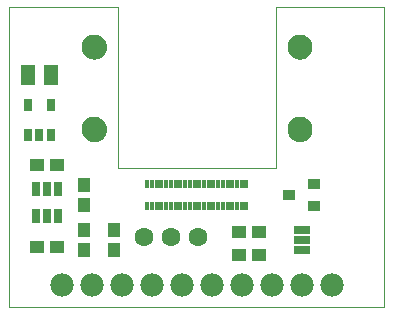
<source format=gts>
G75*
%MOIN*%
%OFA0B0*%
%FSLAX25Y25*%
%IPPOS*%
%LPD*%
%AMOC8*
5,1,8,0,0,1.08239X$1,22.5*
%
%ADD10C,0.00000*%
%ADD11C,0.08274*%
%ADD12R,0.04731X0.04337*%
%ADD13R,0.04337X0.04731*%
%ADD14R,0.04731X0.06699*%
%ADD15R,0.01266X0.02762*%
%ADD16R,0.03943X0.03550*%
%ADD17R,0.02762X0.05124*%
%ADD18R,0.02565X0.04337*%
%ADD19C,0.07800*%
%ADD20R,0.05400X0.02900*%
%ADD21C,0.06306*%
D10*
X0009000Y0051500D02*
X0009000Y0151500D01*
X0045250Y0151500D01*
X0045250Y0098000D01*
X0097750Y0098000D01*
X0097750Y0151500D01*
X0134000Y0151500D01*
X0134000Y0051500D01*
X0009000Y0051500D01*
X0033313Y0110850D02*
X0033315Y0110975D01*
X0033321Y0111100D01*
X0033331Y0111224D01*
X0033345Y0111348D01*
X0033362Y0111472D01*
X0033384Y0111595D01*
X0033410Y0111717D01*
X0033439Y0111839D01*
X0033472Y0111959D01*
X0033510Y0112078D01*
X0033550Y0112197D01*
X0033595Y0112313D01*
X0033643Y0112428D01*
X0033695Y0112542D01*
X0033751Y0112654D01*
X0033810Y0112764D01*
X0033872Y0112872D01*
X0033938Y0112979D01*
X0034007Y0113083D01*
X0034080Y0113184D01*
X0034155Y0113284D01*
X0034234Y0113381D01*
X0034316Y0113475D01*
X0034401Y0113567D01*
X0034488Y0113656D01*
X0034579Y0113742D01*
X0034672Y0113825D01*
X0034768Y0113906D01*
X0034866Y0113983D01*
X0034966Y0114057D01*
X0035069Y0114128D01*
X0035174Y0114195D01*
X0035282Y0114260D01*
X0035391Y0114320D01*
X0035502Y0114378D01*
X0035615Y0114431D01*
X0035729Y0114481D01*
X0035845Y0114528D01*
X0035962Y0114570D01*
X0036081Y0114609D01*
X0036201Y0114645D01*
X0036322Y0114676D01*
X0036444Y0114704D01*
X0036566Y0114727D01*
X0036690Y0114747D01*
X0036814Y0114763D01*
X0036938Y0114775D01*
X0037063Y0114783D01*
X0037188Y0114787D01*
X0037312Y0114787D01*
X0037437Y0114783D01*
X0037562Y0114775D01*
X0037686Y0114763D01*
X0037810Y0114747D01*
X0037934Y0114727D01*
X0038056Y0114704D01*
X0038178Y0114676D01*
X0038299Y0114645D01*
X0038419Y0114609D01*
X0038538Y0114570D01*
X0038655Y0114528D01*
X0038771Y0114481D01*
X0038885Y0114431D01*
X0038998Y0114378D01*
X0039109Y0114320D01*
X0039219Y0114260D01*
X0039326Y0114195D01*
X0039431Y0114128D01*
X0039534Y0114057D01*
X0039634Y0113983D01*
X0039732Y0113906D01*
X0039828Y0113825D01*
X0039921Y0113742D01*
X0040012Y0113656D01*
X0040099Y0113567D01*
X0040184Y0113475D01*
X0040266Y0113381D01*
X0040345Y0113284D01*
X0040420Y0113184D01*
X0040493Y0113083D01*
X0040562Y0112979D01*
X0040628Y0112872D01*
X0040690Y0112764D01*
X0040749Y0112654D01*
X0040805Y0112542D01*
X0040857Y0112428D01*
X0040905Y0112313D01*
X0040950Y0112197D01*
X0040990Y0112078D01*
X0041028Y0111959D01*
X0041061Y0111839D01*
X0041090Y0111717D01*
X0041116Y0111595D01*
X0041138Y0111472D01*
X0041155Y0111348D01*
X0041169Y0111224D01*
X0041179Y0111100D01*
X0041185Y0110975D01*
X0041187Y0110850D01*
X0041185Y0110725D01*
X0041179Y0110600D01*
X0041169Y0110476D01*
X0041155Y0110352D01*
X0041138Y0110228D01*
X0041116Y0110105D01*
X0041090Y0109983D01*
X0041061Y0109861D01*
X0041028Y0109741D01*
X0040990Y0109622D01*
X0040950Y0109503D01*
X0040905Y0109387D01*
X0040857Y0109272D01*
X0040805Y0109158D01*
X0040749Y0109046D01*
X0040690Y0108936D01*
X0040628Y0108828D01*
X0040562Y0108721D01*
X0040493Y0108617D01*
X0040420Y0108516D01*
X0040345Y0108416D01*
X0040266Y0108319D01*
X0040184Y0108225D01*
X0040099Y0108133D01*
X0040012Y0108044D01*
X0039921Y0107958D01*
X0039828Y0107875D01*
X0039732Y0107794D01*
X0039634Y0107717D01*
X0039534Y0107643D01*
X0039431Y0107572D01*
X0039326Y0107505D01*
X0039218Y0107440D01*
X0039109Y0107380D01*
X0038998Y0107322D01*
X0038885Y0107269D01*
X0038771Y0107219D01*
X0038655Y0107172D01*
X0038538Y0107130D01*
X0038419Y0107091D01*
X0038299Y0107055D01*
X0038178Y0107024D01*
X0038056Y0106996D01*
X0037934Y0106973D01*
X0037810Y0106953D01*
X0037686Y0106937D01*
X0037562Y0106925D01*
X0037437Y0106917D01*
X0037312Y0106913D01*
X0037188Y0106913D01*
X0037063Y0106917D01*
X0036938Y0106925D01*
X0036814Y0106937D01*
X0036690Y0106953D01*
X0036566Y0106973D01*
X0036444Y0106996D01*
X0036322Y0107024D01*
X0036201Y0107055D01*
X0036081Y0107091D01*
X0035962Y0107130D01*
X0035845Y0107172D01*
X0035729Y0107219D01*
X0035615Y0107269D01*
X0035502Y0107322D01*
X0035391Y0107380D01*
X0035281Y0107440D01*
X0035174Y0107505D01*
X0035069Y0107572D01*
X0034966Y0107643D01*
X0034866Y0107717D01*
X0034768Y0107794D01*
X0034672Y0107875D01*
X0034579Y0107958D01*
X0034488Y0108044D01*
X0034401Y0108133D01*
X0034316Y0108225D01*
X0034234Y0108319D01*
X0034155Y0108416D01*
X0034080Y0108516D01*
X0034007Y0108617D01*
X0033938Y0108721D01*
X0033872Y0108828D01*
X0033810Y0108936D01*
X0033751Y0109046D01*
X0033695Y0109158D01*
X0033643Y0109272D01*
X0033595Y0109387D01*
X0033550Y0109503D01*
X0033510Y0109622D01*
X0033472Y0109741D01*
X0033439Y0109861D01*
X0033410Y0109983D01*
X0033384Y0110105D01*
X0033362Y0110228D01*
X0033345Y0110352D01*
X0033331Y0110476D01*
X0033321Y0110600D01*
X0033315Y0110725D01*
X0033313Y0110850D01*
X0033313Y0138410D02*
X0033315Y0138535D01*
X0033321Y0138660D01*
X0033331Y0138784D01*
X0033345Y0138908D01*
X0033362Y0139032D01*
X0033384Y0139155D01*
X0033410Y0139277D01*
X0033439Y0139399D01*
X0033472Y0139519D01*
X0033510Y0139638D01*
X0033550Y0139757D01*
X0033595Y0139873D01*
X0033643Y0139988D01*
X0033695Y0140102D01*
X0033751Y0140214D01*
X0033810Y0140324D01*
X0033872Y0140432D01*
X0033938Y0140539D01*
X0034007Y0140643D01*
X0034080Y0140744D01*
X0034155Y0140844D01*
X0034234Y0140941D01*
X0034316Y0141035D01*
X0034401Y0141127D01*
X0034488Y0141216D01*
X0034579Y0141302D01*
X0034672Y0141385D01*
X0034768Y0141466D01*
X0034866Y0141543D01*
X0034966Y0141617D01*
X0035069Y0141688D01*
X0035174Y0141755D01*
X0035282Y0141820D01*
X0035391Y0141880D01*
X0035502Y0141938D01*
X0035615Y0141991D01*
X0035729Y0142041D01*
X0035845Y0142088D01*
X0035962Y0142130D01*
X0036081Y0142169D01*
X0036201Y0142205D01*
X0036322Y0142236D01*
X0036444Y0142264D01*
X0036566Y0142287D01*
X0036690Y0142307D01*
X0036814Y0142323D01*
X0036938Y0142335D01*
X0037063Y0142343D01*
X0037188Y0142347D01*
X0037312Y0142347D01*
X0037437Y0142343D01*
X0037562Y0142335D01*
X0037686Y0142323D01*
X0037810Y0142307D01*
X0037934Y0142287D01*
X0038056Y0142264D01*
X0038178Y0142236D01*
X0038299Y0142205D01*
X0038419Y0142169D01*
X0038538Y0142130D01*
X0038655Y0142088D01*
X0038771Y0142041D01*
X0038885Y0141991D01*
X0038998Y0141938D01*
X0039109Y0141880D01*
X0039219Y0141820D01*
X0039326Y0141755D01*
X0039431Y0141688D01*
X0039534Y0141617D01*
X0039634Y0141543D01*
X0039732Y0141466D01*
X0039828Y0141385D01*
X0039921Y0141302D01*
X0040012Y0141216D01*
X0040099Y0141127D01*
X0040184Y0141035D01*
X0040266Y0140941D01*
X0040345Y0140844D01*
X0040420Y0140744D01*
X0040493Y0140643D01*
X0040562Y0140539D01*
X0040628Y0140432D01*
X0040690Y0140324D01*
X0040749Y0140214D01*
X0040805Y0140102D01*
X0040857Y0139988D01*
X0040905Y0139873D01*
X0040950Y0139757D01*
X0040990Y0139638D01*
X0041028Y0139519D01*
X0041061Y0139399D01*
X0041090Y0139277D01*
X0041116Y0139155D01*
X0041138Y0139032D01*
X0041155Y0138908D01*
X0041169Y0138784D01*
X0041179Y0138660D01*
X0041185Y0138535D01*
X0041187Y0138410D01*
X0041185Y0138285D01*
X0041179Y0138160D01*
X0041169Y0138036D01*
X0041155Y0137912D01*
X0041138Y0137788D01*
X0041116Y0137665D01*
X0041090Y0137543D01*
X0041061Y0137421D01*
X0041028Y0137301D01*
X0040990Y0137182D01*
X0040950Y0137063D01*
X0040905Y0136947D01*
X0040857Y0136832D01*
X0040805Y0136718D01*
X0040749Y0136606D01*
X0040690Y0136496D01*
X0040628Y0136388D01*
X0040562Y0136281D01*
X0040493Y0136177D01*
X0040420Y0136076D01*
X0040345Y0135976D01*
X0040266Y0135879D01*
X0040184Y0135785D01*
X0040099Y0135693D01*
X0040012Y0135604D01*
X0039921Y0135518D01*
X0039828Y0135435D01*
X0039732Y0135354D01*
X0039634Y0135277D01*
X0039534Y0135203D01*
X0039431Y0135132D01*
X0039326Y0135065D01*
X0039218Y0135000D01*
X0039109Y0134940D01*
X0038998Y0134882D01*
X0038885Y0134829D01*
X0038771Y0134779D01*
X0038655Y0134732D01*
X0038538Y0134690D01*
X0038419Y0134651D01*
X0038299Y0134615D01*
X0038178Y0134584D01*
X0038056Y0134556D01*
X0037934Y0134533D01*
X0037810Y0134513D01*
X0037686Y0134497D01*
X0037562Y0134485D01*
X0037437Y0134477D01*
X0037312Y0134473D01*
X0037188Y0134473D01*
X0037063Y0134477D01*
X0036938Y0134485D01*
X0036814Y0134497D01*
X0036690Y0134513D01*
X0036566Y0134533D01*
X0036444Y0134556D01*
X0036322Y0134584D01*
X0036201Y0134615D01*
X0036081Y0134651D01*
X0035962Y0134690D01*
X0035845Y0134732D01*
X0035729Y0134779D01*
X0035615Y0134829D01*
X0035502Y0134882D01*
X0035391Y0134940D01*
X0035281Y0135000D01*
X0035174Y0135065D01*
X0035069Y0135132D01*
X0034966Y0135203D01*
X0034866Y0135277D01*
X0034768Y0135354D01*
X0034672Y0135435D01*
X0034579Y0135518D01*
X0034488Y0135604D01*
X0034401Y0135693D01*
X0034316Y0135785D01*
X0034234Y0135879D01*
X0034155Y0135976D01*
X0034080Y0136076D01*
X0034007Y0136177D01*
X0033938Y0136281D01*
X0033872Y0136388D01*
X0033810Y0136496D01*
X0033751Y0136606D01*
X0033695Y0136718D01*
X0033643Y0136832D01*
X0033595Y0136947D01*
X0033550Y0137063D01*
X0033510Y0137182D01*
X0033472Y0137301D01*
X0033439Y0137421D01*
X0033410Y0137543D01*
X0033384Y0137665D01*
X0033362Y0137788D01*
X0033345Y0137912D01*
X0033331Y0138036D01*
X0033321Y0138160D01*
X0033315Y0138285D01*
X0033313Y0138410D01*
X0101813Y0138410D02*
X0101815Y0138535D01*
X0101821Y0138660D01*
X0101831Y0138784D01*
X0101845Y0138908D01*
X0101862Y0139032D01*
X0101884Y0139155D01*
X0101910Y0139277D01*
X0101939Y0139399D01*
X0101972Y0139519D01*
X0102010Y0139638D01*
X0102050Y0139757D01*
X0102095Y0139873D01*
X0102143Y0139988D01*
X0102195Y0140102D01*
X0102251Y0140214D01*
X0102310Y0140324D01*
X0102372Y0140432D01*
X0102438Y0140539D01*
X0102507Y0140643D01*
X0102580Y0140744D01*
X0102655Y0140844D01*
X0102734Y0140941D01*
X0102816Y0141035D01*
X0102901Y0141127D01*
X0102988Y0141216D01*
X0103079Y0141302D01*
X0103172Y0141385D01*
X0103268Y0141466D01*
X0103366Y0141543D01*
X0103466Y0141617D01*
X0103569Y0141688D01*
X0103674Y0141755D01*
X0103782Y0141820D01*
X0103891Y0141880D01*
X0104002Y0141938D01*
X0104115Y0141991D01*
X0104229Y0142041D01*
X0104345Y0142088D01*
X0104462Y0142130D01*
X0104581Y0142169D01*
X0104701Y0142205D01*
X0104822Y0142236D01*
X0104944Y0142264D01*
X0105066Y0142287D01*
X0105190Y0142307D01*
X0105314Y0142323D01*
X0105438Y0142335D01*
X0105563Y0142343D01*
X0105688Y0142347D01*
X0105812Y0142347D01*
X0105937Y0142343D01*
X0106062Y0142335D01*
X0106186Y0142323D01*
X0106310Y0142307D01*
X0106434Y0142287D01*
X0106556Y0142264D01*
X0106678Y0142236D01*
X0106799Y0142205D01*
X0106919Y0142169D01*
X0107038Y0142130D01*
X0107155Y0142088D01*
X0107271Y0142041D01*
X0107385Y0141991D01*
X0107498Y0141938D01*
X0107609Y0141880D01*
X0107719Y0141820D01*
X0107826Y0141755D01*
X0107931Y0141688D01*
X0108034Y0141617D01*
X0108134Y0141543D01*
X0108232Y0141466D01*
X0108328Y0141385D01*
X0108421Y0141302D01*
X0108512Y0141216D01*
X0108599Y0141127D01*
X0108684Y0141035D01*
X0108766Y0140941D01*
X0108845Y0140844D01*
X0108920Y0140744D01*
X0108993Y0140643D01*
X0109062Y0140539D01*
X0109128Y0140432D01*
X0109190Y0140324D01*
X0109249Y0140214D01*
X0109305Y0140102D01*
X0109357Y0139988D01*
X0109405Y0139873D01*
X0109450Y0139757D01*
X0109490Y0139638D01*
X0109528Y0139519D01*
X0109561Y0139399D01*
X0109590Y0139277D01*
X0109616Y0139155D01*
X0109638Y0139032D01*
X0109655Y0138908D01*
X0109669Y0138784D01*
X0109679Y0138660D01*
X0109685Y0138535D01*
X0109687Y0138410D01*
X0109685Y0138285D01*
X0109679Y0138160D01*
X0109669Y0138036D01*
X0109655Y0137912D01*
X0109638Y0137788D01*
X0109616Y0137665D01*
X0109590Y0137543D01*
X0109561Y0137421D01*
X0109528Y0137301D01*
X0109490Y0137182D01*
X0109450Y0137063D01*
X0109405Y0136947D01*
X0109357Y0136832D01*
X0109305Y0136718D01*
X0109249Y0136606D01*
X0109190Y0136496D01*
X0109128Y0136388D01*
X0109062Y0136281D01*
X0108993Y0136177D01*
X0108920Y0136076D01*
X0108845Y0135976D01*
X0108766Y0135879D01*
X0108684Y0135785D01*
X0108599Y0135693D01*
X0108512Y0135604D01*
X0108421Y0135518D01*
X0108328Y0135435D01*
X0108232Y0135354D01*
X0108134Y0135277D01*
X0108034Y0135203D01*
X0107931Y0135132D01*
X0107826Y0135065D01*
X0107718Y0135000D01*
X0107609Y0134940D01*
X0107498Y0134882D01*
X0107385Y0134829D01*
X0107271Y0134779D01*
X0107155Y0134732D01*
X0107038Y0134690D01*
X0106919Y0134651D01*
X0106799Y0134615D01*
X0106678Y0134584D01*
X0106556Y0134556D01*
X0106434Y0134533D01*
X0106310Y0134513D01*
X0106186Y0134497D01*
X0106062Y0134485D01*
X0105937Y0134477D01*
X0105812Y0134473D01*
X0105688Y0134473D01*
X0105563Y0134477D01*
X0105438Y0134485D01*
X0105314Y0134497D01*
X0105190Y0134513D01*
X0105066Y0134533D01*
X0104944Y0134556D01*
X0104822Y0134584D01*
X0104701Y0134615D01*
X0104581Y0134651D01*
X0104462Y0134690D01*
X0104345Y0134732D01*
X0104229Y0134779D01*
X0104115Y0134829D01*
X0104002Y0134882D01*
X0103891Y0134940D01*
X0103781Y0135000D01*
X0103674Y0135065D01*
X0103569Y0135132D01*
X0103466Y0135203D01*
X0103366Y0135277D01*
X0103268Y0135354D01*
X0103172Y0135435D01*
X0103079Y0135518D01*
X0102988Y0135604D01*
X0102901Y0135693D01*
X0102816Y0135785D01*
X0102734Y0135879D01*
X0102655Y0135976D01*
X0102580Y0136076D01*
X0102507Y0136177D01*
X0102438Y0136281D01*
X0102372Y0136388D01*
X0102310Y0136496D01*
X0102251Y0136606D01*
X0102195Y0136718D01*
X0102143Y0136832D01*
X0102095Y0136947D01*
X0102050Y0137063D01*
X0102010Y0137182D01*
X0101972Y0137301D01*
X0101939Y0137421D01*
X0101910Y0137543D01*
X0101884Y0137665D01*
X0101862Y0137788D01*
X0101845Y0137912D01*
X0101831Y0138036D01*
X0101821Y0138160D01*
X0101815Y0138285D01*
X0101813Y0138410D01*
X0101813Y0110850D02*
X0101815Y0110975D01*
X0101821Y0111100D01*
X0101831Y0111224D01*
X0101845Y0111348D01*
X0101862Y0111472D01*
X0101884Y0111595D01*
X0101910Y0111717D01*
X0101939Y0111839D01*
X0101972Y0111959D01*
X0102010Y0112078D01*
X0102050Y0112197D01*
X0102095Y0112313D01*
X0102143Y0112428D01*
X0102195Y0112542D01*
X0102251Y0112654D01*
X0102310Y0112764D01*
X0102372Y0112872D01*
X0102438Y0112979D01*
X0102507Y0113083D01*
X0102580Y0113184D01*
X0102655Y0113284D01*
X0102734Y0113381D01*
X0102816Y0113475D01*
X0102901Y0113567D01*
X0102988Y0113656D01*
X0103079Y0113742D01*
X0103172Y0113825D01*
X0103268Y0113906D01*
X0103366Y0113983D01*
X0103466Y0114057D01*
X0103569Y0114128D01*
X0103674Y0114195D01*
X0103782Y0114260D01*
X0103891Y0114320D01*
X0104002Y0114378D01*
X0104115Y0114431D01*
X0104229Y0114481D01*
X0104345Y0114528D01*
X0104462Y0114570D01*
X0104581Y0114609D01*
X0104701Y0114645D01*
X0104822Y0114676D01*
X0104944Y0114704D01*
X0105066Y0114727D01*
X0105190Y0114747D01*
X0105314Y0114763D01*
X0105438Y0114775D01*
X0105563Y0114783D01*
X0105688Y0114787D01*
X0105812Y0114787D01*
X0105937Y0114783D01*
X0106062Y0114775D01*
X0106186Y0114763D01*
X0106310Y0114747D01*
X0106434Y0114727D01*
X0106556Y0114704D01*
X0106678Y0114676D01*
X0106799Y0114645D01*
X0106919Y0114609D01*
X0107038Y0114570D01*
X0107155Y0114528D01*
X0107271Y0114481D01*
X0107385Y0114431D01*
X0107498Y0114378D01*
X0107609Y0114320D01*
X0107719Y0114260D01*
X0107826Y0114195D01*
X0107931Y0114128D01*
X0108034Y0114057D01*
X0108134Y0113983D01*
X0108232Y0113906D01*
X0108328Y0113825D01*
X0108421Y0113742D01*
X0108512Y0113656D01*
X0108599Y0113567D01*
X0108684Y0113475D01*
X0108766Y0113381D01*
X0108845Y0113284D01*
X0108920Y0113184D01*
X0108993Y0113083D01*
X0109062Y0112979D01*
X0109128Y0112872D01*
X0109190Y0112764D01*
X0109249Y0112654D01*
X0109305Y0112542D01*
X0109357Y0112428D01*
X0109405Y0112313D01*
X0109450Y0112197D01*
X0109490Y0112078D01*
X0109528Y0111959D01*
X0109561Y0111839D01*
X0109590Y0111717D01*
X0109616Y0111595D01*
X0109638Y0111472D01*
X0109655Y0111348D01*
X0109669Y0111224D01*
X0109679Y0111100D01*
X0109685Y0110975D01*
X0109687Y0110850D01*
X0109685Y0110725D01*
X0109679Y0110600D01*
X0109669Y0110476D01*
X0109655Y0110352D01*
X0109638Y0110228D01*
X0109616Y0110105D01*
X0109590Y0109983D01*
X0109561Y0109861D01*
X0109528Y0109741D01*
X0109490Y0109622D01*
X0109450Y0109503D01*
X0109405Y0109387D01*
X0109357Y0109272D01*
X0109305Y0109158D01*
X0109249Y0109046D01*
X0109190Y0108936D01*
X0109128Y0108828D01*
X0109062Y0108721D01*
X0108993Y0108617D01*
X0108920Y0108516D01*
X0108845Y0108416D01*
X0108766Y0108319D01*
X0108684Y0108225D01*
X0108599Y0108133D01*
X0108512Y0108044D01*
X0108421Y0107958D01*
X0108328Y0107875D01*
X0108232Y0107794D01*
X0108134Y0107717D01*
X0108034Y0107643D01*
X0107931Y0107572D01*
X0107826Y0107505D01*
X0107718Y0107440D01*
X0107609Y0107380D01*
X0107498Y0107322D01*
X0107385Y0107269D01*
X0107271Y0107219D01*
X0107155Y0107172D01*
X0107038Y0107130D01*
X0106919Y0107091D01*
X0106799Y0107055D01*
X0106678Y0107024D01*
X0106556Y0106996D01*
X0106434Y0106973D01*
X0106310Y0106953D01*
X0106186Y0106937D01*
X0106062Y0106925D01*
X0105937Y0106917D01*
X0105812Y0106913D01*
X0105688Y0106913D01*
X0105563Y0106917D01*
X0105438Y0106925D01*
X0105314Y0106937D01*
X0105190Y0106953D01*
X0105066Y0106973D01*
X0104944Y0106996D01*
X0104822Y0107024D01*
X0104701Y0107055D01*
X0104581Y0107091D01*
X0104462Y0107130D01*
X0104345Y0107172D01*
X0104229Y0107219D01*
X0104115Y0107269D01*
X0104002Y0107322D01*
X0103891Y0107380D01*
X0103781Y0107440D01*
X0103674Y0107505D01*
X0103569Y0107572D01*
X0103466Y0107643D01*
X0103366Y0107717D01*
X0103268Y0107794D01*
X0103172Y0107875D01*
X0103079Y0107958D01*
X0102988Y0108044D01*
X0102901Y0108133D01*
X0102816Y0108225D01*
X0102734Y0108319D01*
X0102655Y0108416D01*
X0102580Y0108516D01*
X0102507Y0108617D01*
X0102438Y0108721D01*
X0102372Y0108828D01*
X0102310Y0108936D01*
X0102251Y0109046D01*
X0102195Y0109158D01*
X0102143Y0109272D01*
X0102095Y0109387D01*
X0102050Y0109503D01*
X0102010Y0109622D01*
X0101972Y0109741D01*
X0101939Y0109861D01*
X0101910Y0109983D01*
X0101884Y0110105D01*
X0101862Y0110228D01*
X0101845Y0110352D01*
X0101831Y0110476D01*
X0101821Y0110600D01*
X0101815Y0110725D01*
X0101813Y0110850D01*
D11*
X0105750Y0110850D03*
X0105750Y0138410D03*
X0037250Y0138410D03*
X0037250Y0110850D03*
D12*
X0024846Y0099000D03*
X0018154Y0099000D03*
X0018154Y0071500D03*
X0024846Y0071500D03*
X0085654Y0069000D03*
X0092346Y0069000D03*
X0092346Y0076500D03*
X0085654Y0076500D03*
D13*
X0044000Y0077346D03*
X0044000Y0070654D03*
X0034000Y0070654D03*
X0034000Y0077346D03*
X0034000Y0085654D03*
X0034000Y0092346D03*
D14*
X0022937Y0129000D03*
X0015063Y0129000D03*
D15*
X0054965Y0092740D03*
X0056539Y0092740D03*
X0058114Y0092740D03*
X0059689Y0092740D03*
X0061264Y0092740D03*
X0062839Y0092740D03*
X0064413Y0092740D03*
X0065988Y0092740D03*
X0067563Y0092740D03*
X0069138Y0092740D03*
X0070713Y0092740D03*
X0072287Y0092740D03*
X0073862Y0092740D03*
X0075437Y0092740D03*
X0077012Y0092740D03*
X0078587Y0092740D03*
X0080161Y0092740D03*
X0081736Y0092740D03*
X0083311Y0092740D03*
X0084886Y0092740D03*
X0086461Y0092740D03*
X0088035Y0092740D03*
X0088035Y0085260D03*
X0086461Y0085260D03*
X0084886Y0085260D03*
X0083311Y0085260D03*
X0081736Y0085260D03*
X0080161Y0085260D03*
X0078587Y0085260D03*
X0077012Y0085260D03*
X0075437Y0085260D03*
X0073862Y0085260D03*
X0072287Y0085260D03*
X0070713Y0085260D03*
X0069138Y0085260D03*
X0067563Y0085260D03*
X0065988Y0085260D03*
X0064413Y0085260D03*
X0062839Y0085260D03*
X0061264Y0085260D03*
X0059689Y0085260D03*
X0058114Y0085260D03*
X0056539Y0085260D03*
X0054965Y0085260D03*
D16*
X0102169Y0089000D03*
X0110437Y0085260D03*
X0110437Y0092740D03*
D17*
X0025240Y0091028D03*
X0021500Y0091028D03*
X0017760Y0091028D03*
X0017760Y0081972D03*
X0021500Y0081972D03*
X0025240Y0081972D03*
D18*
X0022740Y0108882D03*
X0019000Y0108882D03*
X0015260Y0108882D03*
X0015260Y0119118D03*
X0022740Y0119118D03*
D19*
X0026500Y0059000D03*
X0036500Y0059000D03*
X0046500Y0059000D03*
X0056500Y0059000D03*
X0066500Y0059000D03*
X0076500Y0059000D03*
X0086500Y0059000D03*
X0096500Y0059000D03*
X0106500Y0059000D03*
X0116500Y0059000D03*
D20*
X0106500Y0070800D03*
X0106500Y0074000D03*
X0106500Y0077200D03*
D21*
X0072000Y0075000D03*
X0063000Y0075000D03*
X0054000Y0075000D03*
M02*

</source>
